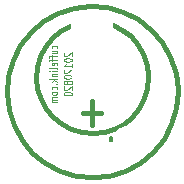
<source format=gbo>
G04 (created by PCBNEW-RS274X (2011-05-25)-stable) date Mon 20 Aug 2012 19:38:16 BST*
G01*
G70*
G90*
%MOIN*%
G04 Gerber Fmt 3.4, Leading zero omitted, Abs format*
%FSLAX34Y34*%
G04 APERTURE LIST*
%ADD10C,0.006000*%
%ADD11C,0.012000*%
%ADD12C,0.003900*%
%ADD13C,0.015000*%
%ADD14C,0.015700*%
%ADD15C,0.000100*%
%ADD16C,0.005000*%
%ADD17C,0.138100*%
%ADD18C,0.065000*%
%ADD19R,0.142000X0.102700*%
G04 APERTURE END LIST*
G54D10*
G54D11*
X39980Y-41370D02*
X39980Y-40913D01*
G54D12*
X38445Y-38066D02*
X38432Y-38075D01*
X38419Y-38094D01*
X38419Y-38141D01*
X38432Y-38159D01*
X38445Y-38169D01*
X38471Y-38178D01*
X38498Y-38178D01*
X38537Y-38169D01*
X38695Y-38056D01*
X38695Y-38178D01*
X38419Y-38300D02*
X38419Y-38319D01*
X38432Y-38338D01*
X38445Y-38347D01*
X38471Y-38357D01*
X38524Y-38366D01*
X38590Y-38366D01*
X38642Y-38357D01*
X38668Y-38347D01*
X38682Y-38338D01*
X38695Y-38319D01*
X38695Y-38300D01*
X38682Y-38282D01*
X38668Y-38272D01*
X38642Y-38263D01*
X38590Y-38254D01*
X38524Y-38254D01*
X38471Y-38263D01*
X38445Y-38272D01*
X38432Y-38282D01*
X38419Y-38300D01*
X38695Y-38554D02*
X38695Y-38442D01*
X38695Y-38498D02*
X38419Y-38498D01*
X38458Y-38479D01*
X38484Y-38460D01*
X38498Y-38442D01*
X38445Y-38630D02*
X38432Y-38639D01*
X38419Y-38658D01*
X38419Y-38705D01*
X38432Y-38723D01*
X38445Y-38733D01*
X38471Y-38742D01*
X38498Y-38742D01*
X38537Y-38733D01*
X38695Y-38620D01*
X38695Y-38742D01*
X38419Y-38864D02*
X38419Y-38883D01*
X38432Y-38902D01*
X38445Y-38911D01*
X38471Y-38921D01*
X38524Y-38930D01*
X38590Y-38930D01*
X38642Y-38921D01*
X38668Y-38911D01*
X38682Y-38902D01*
X38695Y-38883D01*
X38695Y-38864D01*
X38682Y-38846D01*
X38668Y-38836D01*
X38642Y-38827D01*
X38590Y-38818D01*
X38524Y-38818D01*
X38471Y-38827D01*
X38445Y-38836D01*
X38432Y-38846D01*
X38419Y-38864D01*
X38537Y-39043D02*
X38524Y-39024D01*
X38511Y-39015D01*
X38484Y-39006D01*
X38471Y-39006D01*
X38445Y-39015D01*
X38432Y-39024D01*
X38419Y-39043D01*
X38419Y-39081D01*
X38432Y-39099D01*
X38445Y-39109D01*
X38471Y-39118D01*
X38484Y-39118D01*
X38511Y-39109D01*
X38524Y-39099D01*
X38537Y-39081D01*
X38537Y-39043D01*
X38550Y-39024D01*
X38563Y-39015D01*
X38590Y-39006D01*
X38642Y-39006D01*
X38668Y-39015D01*
X38682Y-39024D01*
X38695Y-39043D01*
X38695Y-39081D01*
X38682Y-39099D01*
X38668Y-39109D01*
X38642Y-39118D01*
X38590Y-39118D01*
X38563Y-39109D01*
X38550Y-39099D01*
X38537Y-39081D01*
X38445Y-39194D02*
X38432Y-39203D01*
X38419Y-39222D01*
X38419Y-39269D01*
X38432Y-39287D01*
X38445Y-39297D01*
X38471Y-39306D01*
X38498Y-39306D01*
X38537Y-39297D01*
X38695Y-39184D01*
X38695Y-39306D01*
X38419Y-39428D02*
X38419Y-39447D01*
X38432Y-39466D01*
X38445Y-39475D01*
X38471Y-39485D01*
X38524Y-39494D01*
X38590Y-39494D01*
X38642Y-39485D01*
X38668Y-39475D01*
X38682Y-39466D01*
X38695Y-39447D01*
X38695Y-39428D01*
X38682Y-39410D01*
X38668Y-39400D01*
X38642Y-39391D01*
X38590Y-39382D01*
X38524Y-39382D01*
X38471Y-39391D01*
X38445Y-39400D01*
X38432Y-39410D01*
X38419Y-39428D01*
X38190Y-37921D02*
X38203Y-37903D01*
X38203Y-37865D01*
X38190Y-37846D01*
X38176Y-37837D01*
X38150Y-37828D01*
X38071Y-37828D01*
X38045Y-37837D01*
X38032Y-37846D01*
X38019Y-37865D01*
X38019Y-37903D01*
X38032Y-37921D01*
X38019Y-38090D02*
X38203Y-38090D01*
X38019Y-38006D02*
X38163Y-38006D01*
X38190Y-38015D01*
X38203Y-38034D01*
X38203Y-38062D01*
X38190Y-38081D01*
X38176Y-38090D01*
X38019Y-38156D02*
X38019Y-38231D01*
X38203Y-38184D02*
X37966Y-38184D01*
X37940Y-38193D01*
X37927Y-38212D01*
X37927Y-38231D01*
X38019Y-38269D02*
X38019Y-38344D01*
X38203Y-38297D02*
X37966Y-38297D01*
X37940Y-38306D01*
X37927Y-38325D01*
X37927Y-38344D01*
X38190Y-38485D02*
X38203Y-38466D01*
X38203Y-38429D01*
X38190Y-38410D01*
X38163Y-38401D01*
X38058Y-38401D01*
X38032Y-38410D01*
X38019Y-38429D01*
X38019Y-38466D01*
X38032Y-38485D01*
X38058Y-38494D01*
X38084Y-38494D01*
X38111Y-38401D01*
X38203Y-38607D02*
X38190Y-38588D01*
X38163Y-38579D01*
X37927Y-38579D01*
X38203Y-38682D02*
X38019Y-38682D01*
X37927Y-38682D02*
X37940Y-38673D01*
X37953Y-38682D01*
X37940Y-38691D01*
X37927Y-38682D01*
X37953Y-38682D01*
X38019Y-38776D02*
X38203Y-38776D01*
X38045Y-38776D02*
X38032Y-38785D01*
X38019Y-38804D01*
X38019Y-38832D01*
X38032Y-38851D01*
X38058Y-38860D01*
X38203Y-38860D01*
X38203Y-38954D02*
X37927Y-38954D01*
X38098Y-38973D02*
X38203Y-39029D01*
X38019Y-39029D02*
X38124Y-38954D01*
X38176Y-39113D02*
X38190Y-39122D01*
X38203Y-39113D01*
X38190Y-39104D01*
X38176Y-39113D01*
X38203Y-39113D01*
X38190Y-39291D02*
X38203Y-39273D01*
X38203Y-39235D01*
X38190Y-39216D01*
X38176Y-39207D01*
X38150Y-39198D01*
X38071Y-39198D01*
X38045Y-39207D01*
X38032Y-39216D01*
X38019Y-39235D01*
X38019Y-39273D01*
X38032Y-39291D01*
X38203Y-39404D02*
X38190Y-39385D01*
X38176Y-39376D01*
X38150Y-39367D01*
X38071Y-39367D01*
X38045Y-39376D01*
X38032Y-39385D01*
X38019Y-39404D01*
X38019Y-39432D01*
X38032Y-39451D01*
X38045Y-39460D01*
X38071Y-39470D01*
X38150Y-39470D01*
X38176Y-39460D01*
X38190Y-39451D01*
X38203Y-39432D01*
X38203Y-39404D01*
X38203Y-39554D02*
X38019Y-39554D01*
X38045Y-39554D02*
X38032Y-39563D01*
X38019Y-39582D01*
X38019Y-39610D01*
X38032Y-39629D01*
X38058Y-39638D01*
X38203Y-39638D01*
X38058Y-39638D02*
X38032Y-39648D01*
X38019Y-39666D01*
X38019Y-39695D01*
X38032Y-39713D01*
X38058Y-39723D01*
X38203Y-39723D01*
G54D13*
X42224Y-39370D02*
X42169Y-39924D01*
X42008Y-40457D01*
X41747Y-40949D01*
X41395Y-41381D01*
X40965Y-41736D01*
X40475Y-42000D01*
X39943Y-42165D01*
X39389Y-42223D01*
X38836Y-42173D01*
X38301Y-42016D01*
X37808Y-41758D01*
X37374Y-41409D01*
X37016Y-40982D01*
X36747Y-40494D01*
X36579Y-39963D01*
X36517Y-39409D01*
X36563Y-38855D01*
X36717Y-38320D01*
X36972Y-37824D01*
X37318Y-37388D01*
X37742Y-37027D01*
X38228Y-36755D01*
X38758Y-36583D01*
X39311Y-36517D01*
X39865Y-36560D01*
X40402Y-36710D01*
X40899Y-36961D01*
X41338Y-37304D01*
X41702Y-37725D01*
X41977Y-38210D01*
X42153Y-38738D01*
X42222Y-39291D01*
X42224Y-39370D01*
G54D14*
X39070Y-40083D02*
X39670Y-40083D01*
X39370Y-40473D02*
X39370Y-39693D01*
G54D13*
X41240Y-38878D02*
X41204Y-39241D01*
X41098Y-39590D01*
X40927Y-39912D01*
X40696Y-40195D01*
X40415Y-40428D01*
X40094Y-40601D01*
X39746Y-40709D01*
X39383Y-40747D01*
X39020Y-40714D01*
X38670Y-40611D01*
X38347Y-40442D01*
X38062Y-40214D01*
X37828Y-39934D01*
X37652Y-39614D01*
X37541Y-39266D01*
X37501Y-38904D01*
X37531Y-38541D01*
X37632Y-38190D01*
X37799Y-37866D01*
X38025Y-37579D01*
X38303Y-37343D01*
X38622Y-37165D01*
X38969Y-37052D01*
X39331Y-37009D01*
X39694Y-37037D01*
X40046Y-37135D01*
X40371Y-37300D01*
X40659Y-37524D01*
X40898Y-37801D01*
X41078Y-38118D01*
X41193Y-38464D01*
X41239Y-38826D01*
X41240Y-38878D01*
G54D15*
G36*
X40944Y-39045D02*
X40944Y-39045D01*
X40944Y-39045D01*
X40944Y-39045D01*
X40944Y-39045D01*
X40944Y-39045D01*
X40944Y-39045D01*
X40944Y-39045D01*
X40944Y-39045D01*
X40944Y-39045D01*
X40944Y-39045D01*
X40944Y-39045D01*
X40944Y-39045D01*
X40944Y-39045D01*
X40944Y-39045D01*
X40944Y-39045D01*
X40944Y-39045D01*
X40944Y-39045D01*
X40944Y-39045D01*
X40944Y-39045D01*
X40944Y-39045D01*
X40944Y-39045D01*
X40944Y-39045D01*
X40944Y-39045D01*
X40944Y-39045D01*
X40944Y-39045D01*
X40944Y-39045D01*
X40944Y-39045D01*
X40944Y-39045D01*
X40944Y-39045D01*
X40944Y-39045D01*
X40944Y-39045D01*
X40944Y-39045D01*
X40944Y-39045D01*
X40944Y-39045D01*
X40944Y-39045D01*
X40944Y-39045D01*
X40944Y-39045D01*
X40944Y-39045D01*
X40944Y-39045D01*
X40944Y-39045D01*
X40944Y-39045D01*
X40944Y-39045D01*
X40944Y-39045D01*
X40944Y-39045D01*
X40944Y-39045D01*
X40944Y-39045D01*
X40944Y-39045D01*
X40944Y-39045D01*
X40944Y-39045D01*
X40944Y-39045D01*
X40944Y-39045D01*
X40944Y-39045D01*
X40944Y-39045D01*
X40944Y-39045D01*
X40944Y-39045D01*
X40944Y-39045D01*
X40944Y-39045D01*
X40944Y-39045D01*
X40944Y-39045D01*
X40944Y-39045D01*
X40944Y-39045D01*
X40944Y-39045D01*
X40944Y-39045D01*
X40944Y-39045D01*
X40944Y-39045D01*
X40944Y-39045D01*
X40944Y-39045D01*
X40944Y-39045D01*
X40944Y-39045D01*
X40944Y-39045D01*
X40944Y-39045D01*
X40944Y-39045D01*
X40944Y-39045D01*
X40944Y-39045D01*
X40944Y-39045D01*
X40944Y-39045D01*
X40944Y-39045D01*
X40944Y-39045D01*
X40944Y-39045D01*
X40944Y-39045D01*
X40944Y-39045D01*
X40944Y-39045D01*
X40944Y-39045D01*
X40944Y-39045D01*
X40944Y-39045D01*
X40944Y-39045D01*
X40944Y-39045D01*
X40944Y-39045D01*
X40944Y-39045D01*
X40944Y-39045D01*
X40944Y-39045D01*
X40944Y-39045D01*
X40944Y-39045D01*
X40944Y-39045D01*
X40944Y-39045D01*
X40944Y-39045D01*
X40944Y-39045D01*
X40944Y-39045D01*
X40944Y-39045D01*
X40944Y-39045D01*
X40944Y-39045D01*
X40944Y-39045D01*
X40944Y-39045D01*
X40944Y-39045D01*
X40944Y-39045D01*
X40944Y-39045D01*
X40944Y-39045D01*
X40944Y-39045D01*
X40944Y-39045D01*
X40944Y-39045D01*
X40944Y-39045D01*
X40944Y-39045D01*
X40944Y-39045D01*
X40944Y-39045D01*
X40944Y-39045D01*
X40944Y-39045D01*
X40944Y-39045D01*
X40944Y-39045D01*
X40944Y-39045D01*
X40944Y-39045D01*
X40944Y-39045D01*
X40944Y-39045D01*
X40944Y-39045D01*
X40944Y-39045D01*
X40944Y-39045D01*
X40944Y-39045D01*
X40944Y-39045D01*
X40944Y-39045D01*
X40944Y-39045D01*
X40944Y-39045D01*
X40944Y-39045D01*
X40944Y-39045D01*
X40944Y-39045D01*
X40944Y-39045D01*
X40944Y-39045D01*
X40944Y-39045D01*
X40944Y-39045D01*
X40944Y-39045D01*
X40944Y-39045D01*
X40944Y-39045D01*
X40944Y-39045D01*
X40944Y-39045D01*
X40944Y-39045D01*
X40944Y-39045D01*
X40944Y-39045D01*
X40944Y-39045D01*
X40944Y-39045D01*
X40944Y-39045D01*
X40944Y-39045D01*
X40944Y-39045D01*
X40944Y-39045D01*
X40944Y-39045D01*
X40944Y-39045D01*
X40944Y-39045D01*
X40944Y-39045D01*
X40944Y-39045D01*
X40944Y-39045D01*
X40944Y-39045D01*
X40944Y-39045D01*
X40944Y-39045D01*
X40944Y-39045D01*
X40944Y-39045D01*
X40944Y-39045D01*
X40944Y-39045D01*
X40944Y-39045D01*
X40944Y-39045D01*
X40944Y-39045D01*
X40944Y-39045D01*
X40944Y-39045D01*
X40944Y-39045D01*
X40944Y-39045D01*
X40944Y-39045D01*
X40944Y-39045D01*
X40944Y-39045D01*
X40944Y-39045D01*
X40944Y-39045D01*
X40944Y-39045D01*
X40944Y-39045D01*
X40944Y-39045D01*
X40944Y-39045D01*
X40944Y-39045D01*
X40944Y-39045D01*
X40944Y-39045D01*
X40944Y-39045D01*
X40944Y-39045D01*
X40944Y-39045D01*
X40944Y-39045D01*
X40944Y-39045D01*
X40944Y-39045D01*
X40944Y-39045D01*
X40944Y-39045D01*
X40944Y-39045D01*
X40944Y-39045D01*
X40944Y-39045D01*
X40944Y-39045D01*
X40944Y-39045D01*
X40944Y-39045D01*
X40944Y-39045D01*
X40944Y-39045D01*
X40944Y-39045D01*
X40944Y-39045D01*
X40944Y-39045D01*
X40944Y-39045D01*
X40944Y-39045D01*
X40944Y-39045D01*
X40944Y-39045D01*
X40944Y-39045D01*
X40944Y-39045D01*
X40944Y-39045D01*
X40944Y-39045D01*
X40944Y-39045D01*
X40944Y-39045D01*
X40944Y-39045D01*
X40944Y-39045D01*
X40944Y-39045D01*
X40944Y-39045D01*
X40944Y-39045D01*
X40944Y-39045D01*
X40944Y-39045D01*
X40944Y-39045D01*
X40944Y-39045D01*
X40944Y-39045D01*
X40944Y-39045D01*
X40944Y-39045D01*
X40944Y-39045D01*
X40944Y-39045D01*
X40944Y-39045D01*
X40944Y-39045D01*
X40944Y-39045D01*
X40944Y-39045D01*
X40944Y-39045D01*
X40944Y-39045D01*
X40944Y-39045D01*
X40944Y-39045D01*
X40944Y-39045D01*
X40944Y-39045D01*
X40944Y-39045D01*
X40944Y-39045D01*
X40944Y-39045D01*
X40944Y-39045D01*
X40944Y-39045D01*
X40944Y-39045D01*
X40944Y-39045D01*
X40944Y-39045D01*
X40944Y-39045D01*
X40944Y-39045D01*
X40944Y-39045D01*
X40944Y-39045D01*
X40944Y-39045D01*
X40944Y-39045D01*
X40944Y-39045D01*
X40944Y-39045D01*
X40944Y-39045D01*
X40944Y-39045D01*
X40944Y-39045D01*
X40944Y-39045D01*
X40944Y-39045D01*
X40944Y-39045D01*
X40944Y-39045D01*
X40944Y-39045D01*
X40944Y-39045D01*
X40944Y-39045D01*
X40944Y-39045D01*
X40944Y-39045D01*
X40944Y-39045D01*
X40944Y-39045D01*
X40944Y-39045D01*
X40944Y-39045D01*
X40944Y-39045D01*
X40944Y-39045D01*
X40944Y-39045D01*
X40944Y-39045D01*
X40944Y-39045D01*
X40944Y-39045D01*
X40944Y-39045D01*
X40944Y-39045D01*
X40944Y-39045D01*
G37*
G54D16*
X39686Y-38780D02*
X39679Y-38841D01*
X39662Y-38900D01*
X39633Y-38954D01*
X39594Y-39002D01*
X39546Y-39041D01*
X39492Y-39071D01*
X39433Y-39089D01*
X39372Y-39095D01*
X39311Y-39090D01*
X39252Y-39072D01*
X39197Y-39044D01*
X39149Y-39005D01*
X39110Y-38958D01*
X39080Y-38904D01*
X39061Y-38845D01*
X39055Y-38784D01*
X39060Y-38723D01*
X39077Y-38664D01*
X39105Y-38609D01*
X39143Y-38561D01*
X39190Y-38521D01*
X39244Y-38491D01*
X39303Y-38472D01*
X39364Y-38465D01*
X39424Y-38469D01*
X39484Y-38486D01*
X39539Y-38514D01*
X39587Y-38552D01*
X39628Y-38598D01*
X39658Y-38652D01*
X39678Y-38710D01*
X39685Y-38772D01*
X39686Y-38780D01*
X39622Y-39360D02*
X39622Y-39160D01*
X39546Y-39160D01*
X39527Y-39169D01*
X39518Y-39179D01*
X39508Y-39198D01*
X39508Y-39227D01*
X39518Y-39246D01*
X39527Y-39255D01*
X39546Y-39265D01*
X39622Y-39265D01*
X39270Y-39284D02*
X39118Y-39284D01*
X39194Y-39360D02*
X39194Y-39208D01*
%LPC*%
G54D17*
X39370Y-38780D03*
G54D18*
X40453Y-40846D03*
G54D19*
X39370Y-41535D03*
X39370Y-37205D03*
M02*

</source>
